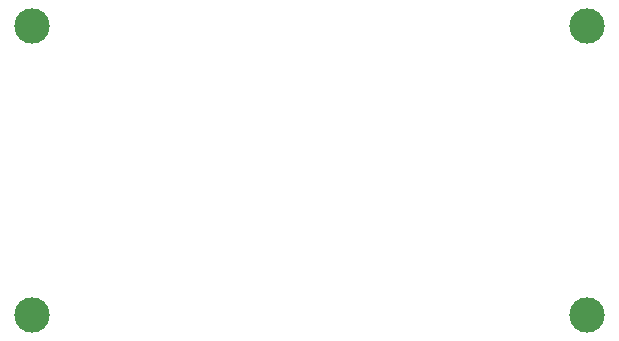
<source format=gbr>
%TF.GenerationSoftware,KiCad,Pcbnew,7.0.2*%
%TF.CreationDate,2023-06-14T14:54:37-05:00*%
%TF.ProjectId,ControlRemoto,436f6e74-726f-46c5-9265-6d6f746f2e6b,rev?*%
%TF.SameCoordinates,Original*%
%TF.FileFunction,NonPlated,1,2,NPTH,Drill*%
%TF.FilePolarity,Positive*%
%FSLAX46Y46*%
G04 Gerber Fmt 4.6, Leading zero omitted, Abs format (unit mm)*
G04 Created by KiCad (PCBNEW 7.0.2) date 2023-06-14 14:54:37*
%MOMM*%
%LPD*%
G01*
G04 APERTURE LIST*
%TA.AperFunction,ComponentDrill*%
%ADD10C,3.000000*%
%TD*%
G04 APERTURE END LIST*
D10*
%TO.C,U2*%
X93640000Y-56350000D03*
X93640000Y-80860000D03*
X140590000Y-56350000D03*
X140590000Y-80860000D03*
M02*

</source>
